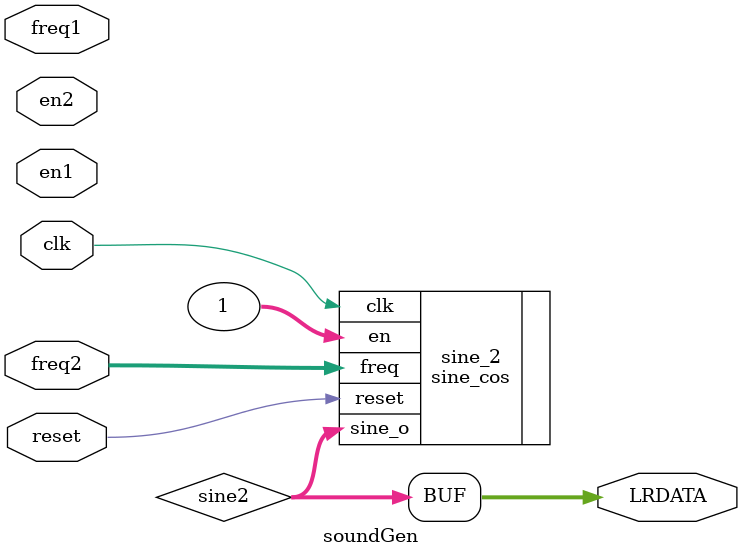
<source format=v>
module soundGen	(clk,reset,en1,en2,freq1,freq2,LRDATA);
input clk,reset,en1,en2;
input [10:0]freq1;
input [10:0]freq2;
output [15:0]LRDATA;
//wire [15:0]sine1;
wire [15:0]sine2;
//sine_cos sine_1(.clk(clk), .reset(reset), .en(1), .freq(freq1), .sine_o(sine1));
sine_cos sine_2(.clk(clk), .reset(reset), .en(1), .freq(freq2), .sine_o(sine2));

assign LRDATA = /*sine1 + */sine2;

endmodule
</source>
